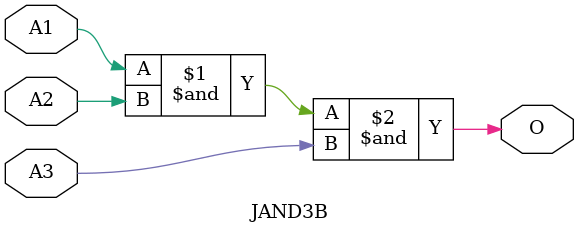
<source format=v>
module JAND3B(A1, A2, A3, O);
input   A1;
input   A2;
input   A3;
output  O;
and g0(O, A1, A2, A3);
endmodule
</source>
